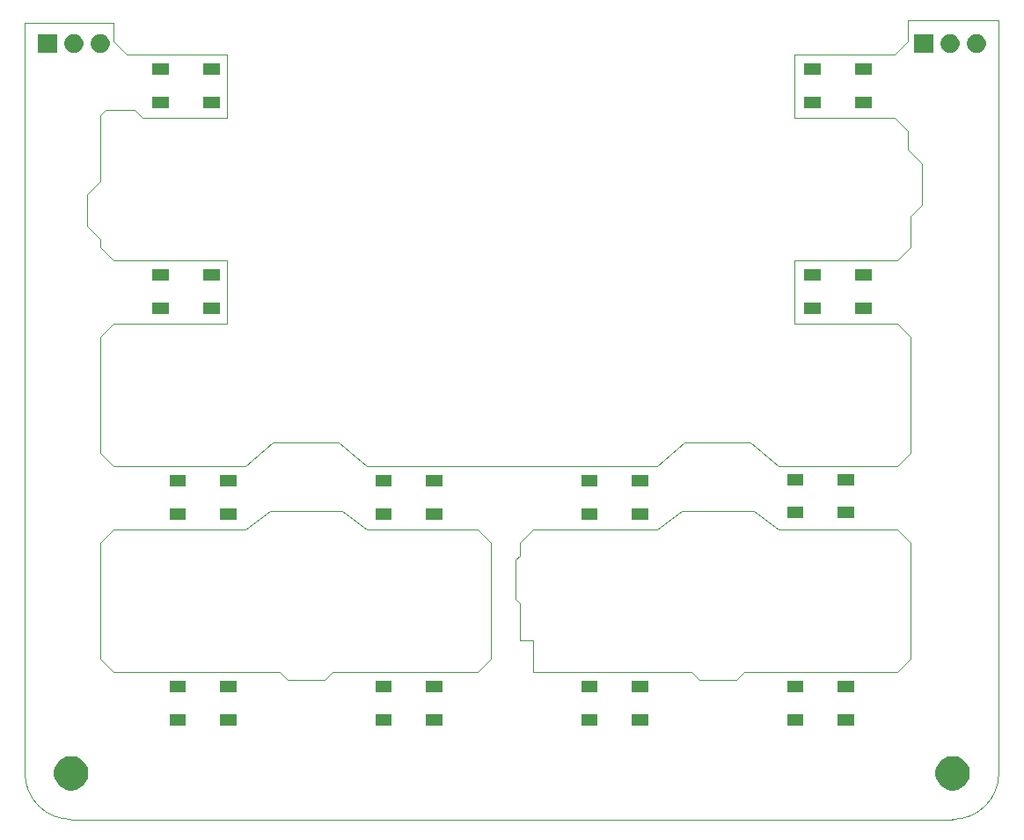
<source format=gbr>
G04 #@! TF.GenerationSoftware,KiCad,Pcbnew,(5.1.6)-1*
G04 #@! TF.CreationDate,2020-07-03T23:32:41-07:00*
G04 #@! TF.ProjectId,daughter,64617567-6874-4657-922e-6b696361645f,rev?*
G04 #@! TF.SameCoordinates,Original*
G04 #@! TF.FileFunction,Soldermask,Top*
G04 #@! TF.FilePolarity,Negative*
%FSLAX46Y46*%
G04 Gerber Fmt 4.6, Leading zero omitted, Abs format (unit mm)*
G04 Created by KiCad (PCBNEW (5.1.6)-1) date 2020-07-03 23:32:41*
%MOMM*%
%LPD*%
G01*
G04 APERTURE LIST*
G04 #@! TA.AperFunction,Profile*
%ADD10C,0.050000*%
G04 #@! TD*
G04 #@! TA.AperFunction,Profile*
%ADD11C,0.120000*%
G04 #@! TD*
%ADD12C,0.100000*%
G04 APERTURE END LIST*
D10*
X167005000Y-81851500D02*
X173355000Y-81851500D01*
X176022000Y-84074000D02*
X173355000Y-81851500D01*
X164338000Y-84074000D02*
X167005000Y-81851500D01*
X173672500Y-88455500D02*
X166687500Y-88455500D01*
X176022000Y-90170000D02*
X173672500Y-88455500D01*
X164338000Y-90170000D02*
X166687500Y-88455500D01*
X127381000Y-81851500D02*
X133731000Y-81851500D01*
X134048500Y-88455500D02*
X127063500Y-88455500D01*
X136398000Y-90170000D02*
X134048500Y-88455500D01*
X136398000Y-84074000D02*
X133731000Y-81851500D01*
X124714000Y-84074000D02*
X127381000Y-81851500D01*
X124714000Y-90170000D02*
X127063500Y-88455500D01*
X107950000Y-118110000D02*
X192786000Y-118110000D01*
X197231000Y-41148000D02*
X196596000Y-41148000D01*
X197231000Y-113665000D02*
X197231000Y-41148000D01*
X103505000Y-41402000D02*
X104140000Y-41402000D01*
X103505000Y-113665000D02*
X103505000Y-41402000D01*
D11*
X107950000Y-118110000D02*
G75*
G02*
X103505000Y-113665000I0J4445000D01*
G01*
X197231000Y-113665000D02*
G75*
G02*
X192786000Y-118110000I-4445000J0D01*
G01*
D10*
X188468000Y-41148000D02*
X196596000Y-41148000D01*
X188468000Y-43180000D02*
X188468000Y-41148000D01*
X187198000Y-44450000D02*
X188468000Y-43180000D01*
X177546000Y-44450000D02*
X187198000Y-44450000D01*
X177546000Y-50546000D02*
X177546000Y-44450000D01*
X187198000Y-50546000D02*
X177546000Y-50546000D01*
X188468000Y-51816000D02*
X187198000Y-50546000D01*
X188468000Y-53594000D02*
X188468000Y-51816000D01*
X189865000Y-54991000D02*
X188468000Y-53594000D01*
X189865000Y-58928000D02*
X189865000Y-54991000D01*
X188722000Y-60071000D02*
X189865000Y-58928000D01*
X188722000Y-62992000D02*
X188722000Y-60071000D01*
X187452000Y-64262000D02*
X188722000Y-62992000D01*
X177546000Y-64262000D02*
X187452000Y-64262000D01*
X177546000Y-70358000D02*
X177546000Y-64262000D01*
X187452000Y-70358000D02*
X177546000Y-70358000D01*
X188722000Y-71628000D02*
X187452000Y-70358000D01*
X188722000Y-82804000D02*
X188722000Y-71628000D01*
X187452000Y-84074000D02*
X188722000Y-82804000D01*
X176022000Y-84074000D02*
X187452000Y-84074000D01*
X187452000Y-90170000D02*
X176022000Y-90170000D01*
X188722000Y-91440000D02*
X187452000Y-90170000D01*
X188722000Y-102616000D02*
X188722000Y-91440000D01*
X187452000Y-103886000D02*
X188722000Y-102616000D01*
X172720000Y-103886000D02*
X187452000Y-103886000D01*
X171958000Y-104648000D02*
X172720000Y-103886000D01*
X168402000Y-104648000D02*
X171958000Y-104648000D01*
X167640000Y-103886000D02*
X168402000Y-104648000D01*
X152400000Y-103886000D02*
X167640000Y-103886000D01*
X152400000Y-100838000D02*
X152400000Y-103886000D01*
X151130000Y-100838000D02*
X152400000Y-100838000D01*
X151130000Y-97282000D02*
X151130000Y-100838000D01*
X150749000Y-96901000D02*
X151130000Y-97282000D01*
X150749000Y-93091000D02*
X150749000Y-96901000D01*
X151130000Y-92710000D02*
X150749000Y-93091000D01*
X151130000Y-91440000D02*
X151130000Y-92710000D01*
X152400000Y-90170000D02*
X151130000Y-91440000D01*
X164338000Y-90170000D02*
X152400000Y-90170000D01*
X136398000Y-84074000D02*
X164338000Y-84074000D01*
X147066000Y-90170000D02*
X136398000Y-90170000D01*
X148336000Y-91440000D02*
X147066000Y-90170000D01*
X148336000Y-102616000D02*
X148336000Y-91440000D01*
X147066000Y-103886000D02*
X148336000Y-102616000D01*
X133096000Y-103886000D02*
X147066000Y-103886000D01*
X132334000Y-104648000D02*
X133096000Y-103886000D01*
X128778000Y-104648000D02*
X132334000Y-104648000D01*
X128016000Y-103886000D02*
X128778000Y-104648000D01*
X112014000Y-103886000D02*
X128016000Y-103886000D01*
X110744000Y-102616000D02*
X112014000Y-103886000D01*
X110744000Y-91440000D02*
X110744000Y-102616000D01*
X112014000Y-90170000D02*
X110744000Y-91440000D01*
X124714000Y-90170000D02*
X112014000Y-90170000D01*
X112014000Y-84074000D02*
X124714000Y-84074000D01*
X110744000Y-82804000D02*
X112014000Y-84074000D01*
X110744000Y-71628000D02*
X110744000Y-82804000D01*
X112014000Y-70358000D02*
X110744000Y-71628000D01*
X122936000Y-70358000D02*
X112014000Y-70358000D01*
X122936000Y-64262000D02*
X122936000Y-70358000D01*
X112014000Y-64262000D02*
X122936000Y-64262000D01*
X110744000Y-62992000D02*
X112014000Y-64262000D01*
X110744000Y-62230000D02*
X110744000Y-62992000D01*
X109474000Y-60960000D02*
X110744000Y-62230000D01*
X109474000Y-57912000D02*
X109474000Y-60960000D01*
X110744000Y-56642000D02*
X109474000Y-57912000D01*
X110744000Y-50292000D02*
X110744000Y-56642000D01*
X111252000Y-49784000D02*
X110744000Y-50292000D01*
X114046000Y-49784000D02*
X111252000Y-49784000D01*
X114808000Y-50546000D02*
X114046000Y-49784000D01*
X122936000Y-50546000D02*
X114808000Y-50546000D01*
X122936000Y-44450000D02*
X122936000Y-50546000D01*
X113284000Y-44450000D02*
X122936000Y-44450000D01*
X112014000Y-43180000D02*
X113284000Y-44450000D01*
X112014000Y-41402000D02*
X112014000Y-43180000D01*
X104140000Y-41402000D02*
X112014000Y-41402000D01*
D12*
G36*
X193161256Y-112056298D02*
G01*
X193267579Y-112077447D01*
X193568042Y-112201903D01*
X193838451Y-112382585D01*
X194068415Y-112612549D01*
X194249097Y-112882958D01*
X194373553Y-113183421D01*
X194437000Y-113502391D01*
X194437000Y-113827609D01*
X194373553Y-114146579D01*
X194249097Y-114447042D01*
X194068415Y-114717451D01*
X193838451Y-114947415D01*
X193568042Y-115128097D01*
X193267579Y-115252553D01*
X193161256Y-115273702D01*
X192948611Y-115316000D01*
X192623389Y-115316000D01*
X192410744Y-115273702D01*
X192304421Y-115252553D01*
X192003958Y-115128097D01*
X191733549Y-114947415D01*
X191503585Y-114717451D01*
X191322903Y-114447042D01*
X191198447Y-114146579D01*
X191135000Y-113827609D01*
X191135000Y-113502391D01*
X191198447Y-113183421D01*
X191322903Y-112882958D01*
X191503585Y-112612549D01*
X191733549Y-112382585D01*
X192003958Y-112201903D01*
X192304421Y-112077447D01*
X192410744Y-112056298D01*
X192623389Y-112014000D01*
X192948611Y-112014000D01*
X193161256Y-112056298D01*
G37*
G36*
X108325256Y-112056298D02*
G01*
X108431579Y-112077447D01*
X108732042Y-112201903D01*
X109002451Y-112382585D01*
X109232415Y-112612549D01*
X109413097Y-112882958D01*
X109537553Y-113183421D01*
X109601000Y-113502391D01*
X109601000Y-113827609D01*
X109537553Y-114146579D01*
X109413097Y-114447042D01*
X109232415Y-114717451D01*
X109002451Y-114947415D01*
X108732042Y-115128097D01*
X108431579Y-115252553D01*
X108325256Y-115273702D01*
X108112611Y-115316000D01*
X107787389Y-115316000D01*
X107574744Y-115273702D01*
X107468421Y-115252553D01*
X107167958Y-115128097D01*
X106897549Y-114947415D01*
X106667585Y-114717451D01*
X106486903Y-114447042D01*
X106362447Y-114146579D01*
X106299000Y-113827609D01*
X106299000Y-113502391D01*
X106362447Y-113183421D01*
X106486903Y-112882958D01*
X106667585Y-112612549D01*
X106897549Y-112382585D01*
X107167958Y-112201903D01*
X107468421Y-112077447D01*
X107574744Y-112056298D01*
X107787389Y-112014000D01*
X108112611Y-112014000D01*
X108325256Y-112056298D01*
G37*
G36*
X138813000Y-109085000D02*
G01*
X137211000Y-109085000D01*
X137211000Y-107983000D01*
X138813000Y-107983000D01*
X138813000Y-109085000D01*
G37*
G36*
X163525000Y-109085000D02*
G01*
X161923000Y-109085000D01*
X161923000Y-107983000D01*
X163525000Y-107983000D01*
X163525000Y-109085000D01*
G37*
G36*
X143713000Y-109085000D02*
G01*
X142111000Y-109085000D01*
X142111000Y-107983000D01*
X143713000Y-107983000D01*
X143713000Y-109085000D01*
G37*
G36*
X158625000Y-109085000D02*
G01*
X157023000Y-109085000D01*
X157023000Y-107983000D01*
X158625000Y-107983000D01*
X158625000Y-109085000D01*
G37*
G36*
X119001000Y-109085000D02*
G01*
X117399000Y-109085000D01*
X117399000Y-107983000D01*
X119001000Y-107983000D01*
X119001000Y-109085000D01*
G37*
G36*
X123901000Y-109085000D02*
G01*
X122299000Y-109085000D01*
X122299000Y-107983000D01*
X123901000Y-107983000D01*
X123901000Y-109085000D01*
G37*
G36*
X183337000Y-109085000D02*
G01*
X181735000Y-109085000D01*
X181735000Y-107983000D01*
X183337000Y-107983000D01*
X183337000Y-109085000D01*
G37*
G36*
X178437000Y-109085000D02*
G01*
X176835000Y-109085000D01*
X176835000Y-107983000D01*
X178437000Y-107983000D01*
X178437000Y-109085000D01*
G37*
G36*
X158625000Y-105885000D02*
G01*
X157023000Y-105885000D01*
X157023000Y-104783000D01*
X158625000Y-104783000D01*
X158625000Y-105885000D01*
G37*
G36*
X143713000Y-105885000D02*
G01*
X142111000Y-105885000D01*
X142111000Y-104783000D01*
X143713000Y-104783000D01*
X143713000Y-105885000D01*
G37*
G36*
X163525000Y-105885000D02*
G01*
X161923000Y-105885000D01*
X161923000Y-104783000D01*
X163525000Y-104783000D01*
X163525000Y-105885000D01*
G37*
G36*
X119001000Y-105885000D02*
G01*
X117399000Y-105885000D01*
X117399000Y-104783000D01*
X119001000Y-104783000D01*
X119001000Y-105885000D01*
G37*
G36*
X178437000Y-105885000D02*
G01*
X176835000Y-105885000D01*
X176835000Y-104783000D01*
X178437000Y-104783000D01*
X178437000Y-105885000D01*
G37*
G36*
X123901000Y-105885000D02*
G01*
X122299000Y-105885000D01*
X122299000Y-104783000D01*
X123901000Y-104783000D01*
X123901000Y-105885000D01*
G37*
G36*
X138813000Y-105885000D02*
G01*
X137211000Y-105885000D01*
X137211000Y-104783000D01*
X138813000Y-104783000D01*
X138813000Y-105885000D01*
G37*
G36*
X183337000Y-105885000D02*
G01*
X181735000Y-105885000D01*
X181735000Y-104783000D01*
X183337000Y-104783000D01*
X183337000Y-105885000D01*
G37*
G36*
X163525000Y-89273000D02*
G01*
X161923000Y-89273000D01*
X161923000Y-88171000D01*
X163525000Y-88171000D01*
X163525000Y-89273000D01*
G37*
G36*
X138813000Y-89273000D02*
G01*
X137211000Y-89273000D01*
X137211000Y-88171000D01*
X138813000Y-88171000D01*
X138813000Y-89273000D01*
G37*
G36*
X143713000Y-89273000D02*
G01*
X142111000Y-89273000D01*
X142111000Y-88171000D01*
X143713000Y-88171000D01*
X143713000Y-89273000D01*
G37*
G36*
X158625000Y-89273000D02*
G01*
X157023000Y-89273000D01*
X157023000Y-88171000D01*
X158625000Y-88171000D01*
X158625000Y-89273000D01*
G37*
G36*
X119001000Y-89273000D02*
G01*
X117399000Y-89273000D01*
X117399000Y-88171000D01*
X119001000Y-88171000D01*
X119001000Y-89273000D01*
G37*
G36*
X123901000Y-89273000D02*
G01*
X122299000Y-89273000D01*
X122299000Y-88171000D01*
X123901000Y-88171000D01*
X123901000Y-89273000D01*
G37*
G36*
X183337000Y-89146000D02*
G01*
X181735000Y-89146000D01*
X181735000Y-88044000D01*
X183337000Y-88044000D01*
X183337000Y-89146000D01*
G37*
G36*
X178437000Y-89146000D02*
G01*
X176835000Y-89146000D01*
X176835000Y-88044000D01*
X178437000Y-88044000D01*
X178437000Y-89146000D01*
G37*
G36*
X143713000Y-86073000D02*
G01*
X142111000Y-86073000D01*
X142111000Y-84971000D01*
X143713000Y-84971000D01*
X143713000Y-86073000D01*
G37*
G36*
X158625000Y-86073000D02*
G01*
X157023000Y-86073000D01*
X157023000Y-84971000D01*
X158625000Y-84971000D01*
X158625000Y-86073000D01*
G37*
G36*
X163525000Y-86073000D02*
G01*
X161923000Y-86073000D01*
X161923000Y-84971000D01*
X163525000Y-84971000D01*
X163525000Y-86073000D01*
G37*
G36*
X123901000Y-86073000D02*
G01*
X122299000Y-86073000D01*
X122299000Y-84971000D01*
X123901000Y-84971000D01*
X123901000Y-86073000D01*
G37*
G36*
X119001000Y-86073000D02*
G01*
X117399000Y-86073000D01*
X117399000Y-84971000D01*
X119001000Y-84971000D01*
X119001000Y-86073000D01*
G37*
G36*
X138813000Y-86073000D02*
G01*
X137211000Y-86073000D01*
X137211000Y-84971000D01*
X138813000Y-84971000D01*
X138813000Y-86073000D01*
G37*
G36*
X178437000Y-85946000D02*
G01*
X176835000Y-85946000D01*
X176835000Y-84844000D01*
X178437000Y-84844000D01*
X178437000Y-85946000D01*
G37*
G36*
X183337000Y-85946000D02*
G01*
X181735000Y-85946000D01*
X181735000Y-84844000D01*
X183337000Y-84844000D01*
X183337000Y-85946000D01*
G37*
G36*
X117350000Y-69461000D02*
G01*
X115748000Y-69461000D01*
X115748000Y-68359000D01*
X117350000Y-68359000D01*
X117350000Y-69461000D01*
G37*
G36*
X122250000Y-69461000D02*
G01*
X120648000Y-69461000D01*
X120648000Y-68359000D01*
X122250000Y-68359000D01*
X122250000Y-69461000D01*
G37*
G36*
X184988000Y-69461000D02*
G01*
X183386000Y-69461000D01*
X183386000Y-68359000D01*
X184988000Y-68359000D01*
X184988000Y-69461000D01*
G37*
G36*
X180088000Y-69461000D02*
G01*
X178486000Y-69461000D01*
X178486000Y-68359000D01*
X180088000Y-68359000D01*
X180088000Y-69461000D01*
G37*
G36*
X184988000Y-66261000D02*
G01*
X183386000Y-66261000D01*
X183386000Y-65159000D01*
X184988000Y-65159000D01*
X184988000Y-66261000D01*
G37*
G36*
X180088000Y-66261000D02*
G01*
X178486000Y-66261000D01*
X178486000Y-65159000D01*
X180088000Y-65159000D01*
X180088000Y-66261000D01*
G37*
G36*
X117350000Y-66261000D02*
G01*
X115748000Y-66261000D01*
X115748000Y-65159000D01*
X117350000Y-65159000D01*
X117350000Y-66261000D01*
G37*
G36*
X122250000Y-66261000D02*
G01*
X120648000Y-66261000D01*
X120648000Y-65159000D01*
X122250000Y-65159000D01*
X122250000Y-66261000D01*
G37*
G36*
X117350000Y-49649000D02*
G01*
X115748000Y-49649000D01*
X115748000Y-48547000D01*
X117350000Y-48547000D01*
X117350000Y-49649000D01*
G37*
G36*
X122250000Y-49649000D02*
G01*
X120648000Y-49649000D01*
X120648000Y-48547000D01*
X122250000Y-48547000D01*
X122250000Y-49649000D01*
G37*
G36*
X184988000Y-49649000D02*
G01*
X183386000Y-49649000D01*
X183386000Y-48547000D01*
X184988000Y-48547000D01*
X184988000Y-49649000D01*
G37*
G36*
X180088000Y-49649000D02*
G01*
X178486000Y-49649000D01*
X178486000Y-48547000D01*
X180088000Y-48547000D01*
X180088000Y-49649000D01*
G37*
G36*
X184988000Y-46449000D02*
G01*
X183386000Y-46449000D01*
X183386000Y-45347000D01*
X184988000Y-45347000D01*
X184988000Y-46449000D01*
G37*
G36*
X117350000Y-46449000D02*
G01*
X115748000Y-46449000D01*
X115748000Y-45347000D01*
X117350000Y-45347000D01*
X117350000Y-46449000D01*
G37*
G36*
X122250000Y-46449000D02*
G01*
X120648000Y-46449000D01*
X120648000Y-45347000D01*
X122250000Y-45347000D01*
X122250000Y-46449000D01*
G37*
G36*
X180088000Y-46449000D02*
G01*
X178486000Y-46449000D01*
X178486000Y-45347000D01*
X180088000Y-45347000D01*
X180088000Y-46449000D01*
G37*
G36*
X195185512Y-42537927D02*
G01*
X195334812Y-42567624D01*
X195498784Y-42635544D01*
X195646354Y-42734147D01*
X195771853Y-42859646D01*
X195870456Y-43007216D01*
X195938376Y-43171188D01*
X195973000Y-43345259D01*
X195973000Y-43522741D01*
X195938376Y-43696812D01*
X195870456Y-43860784D01*
X195771853Y-44008354D01*
X195646354Y-44133853D01*
X195498784Y-44232456D01*
X195334812Y-44300376D01*
X195185512Y-44330073D01*
X195160742Y-44335000D01*
X194983258Y-44335000D01*
X194958488Y-44330073D01*
X194809188Y-44300376D01*
X194645216Y-44232456D01*
X194497646Y-44133853D01*
X194372147Y-44008354D01*
X194273544Y-43860784D01*
X194205624Y-43696812D01*
X194171000Y-43522741D01*
X194171000Y-43345259D01*
X194205624Y-43171188D01*
X194273544Y-43007216D01*
X194372147Y-42859646D01*
X194497646Y-42734147D01*
X194645216Y-42635544D01*
X194809188Y-42567624D01*
X194958488Y-42537927D01*
X194983258Y-42533000D01*
X195160742Y-42533000D01*
X195185512Y-42537927D01*
G37*
G36*
X190893000Y-44335000D02*
G01*
X189091000Y-44335000D01*
X189091000Y-42533000D01*
X190893000Y-42533000D01*
X190893000Y-44335000D01*
G37*
G36*
X192645512Y-42537927D02*
G01*
X192794812Y-42567624D01*
X192958784Y-42635544D01*
X193106354Y-42734147D01*
X193231853Y-42859646D01*
X193330456Y-43007216D01*
X193398376Y-43171188D01*
X193433000Y-43345259D01*
X193433000Y-43522741D01*
X193398376Y-43696812D01*
X193330456Y-43860784D01*
X193231853Y-44008354D01*
X193106354Y-44133853D01*
X192958784Y-44232456D01*
X192794812Y-44300376D01*
X192645512Y-44330073D01*
X192620742Y-44335000D01*
X192443258Y-44335000D01*
X192418488Y-44330073D01*
X192269188Y-44300376D01*
X192105216Y-44232456D01*
X191957646Y-44133853D01*
X191832147Y-44008354D01*
X191733544Y-43860784D01*
X191665624Y-43696812D01*
X191631000Y-43522741D01*
X191631000Y-43345259D01*
X191665624Y-43171188D01*
X191733544Y-43007216D01*
X191832147Y-42859646D01*
X191957646Y-42734147D01*
X192105216Y-42635544D01*
X192269188Y-42567624D01*
X192418488Y-42537927D01*
X192443258Y-42533000D01*
X192620742Y-42533000D01*
X192645512Y-42537927D01*
G37*
G36*
X110857512Y-42537927D02*
G01*
X111006812Y-42567624D01*
X111170784Y-42635544D01*
X111318354Y-42734147D01*
X111443853Y-42859646D01*
X111542456Y-43007216D01*
X111610376Y-43171188D01*
X111645000Y-43345259D01*
X111645000Y-43522741D01*
X111610376Y-43696812D01*
X111542456Y-43860784D01*
X111443853Y-44008354D01*
X111318354Y-44133853D01*
X111170784Y-44232456D01*
X111006812Y-44300376D01*
X110857512Y-44330073D01*
X110832742Y-44335000D01*
X110655258Y-44335000D01*
X110630488Y-44330073D01*
X110481188Y-44300376D01*
X110317216Y-44232456D01*
X110169646Y-44133853D01*
X110044147Y-44008354D01*
X109945544Y-43860784D01*
X109877624Y-43696812D01*
X109843000Y-43522741D01*
X109843000Y-43345259D01*
X109877624Y-43171188D01*
X109945544Y-43007216D01*
X110044147Y-42859646D01*
X110169646Y-42734147D01*
X110317216Y-42635544D01*
X110481188Y-42567624D01*
X110630488Y-42537927D01*
X110655258Y-42533000D01*
X110832742Y-42533000D01*
X110857512Y-42537927D01*
G37*
G36*
X108317512Y-42537927D02*
G01*
X108466812Y-42567624D01*
X108630784Y-42635544D01*
X108778354Y-42734147D01*
X108903853Y-42859646D01*
X109002456Y-43007216D01*
X109070376Y-43171188D01*
X109105000Y-43345259D01*
X109105000Y-43522741D01*
X109070376Y-43696812D01*
X109002456Y-43860784D01*
X108903853Y-44008354D01*
X108778354Y-44133853D01*
X108630784Y-44232456D01*
X108466812Y-44300376D01*
X108317512Y-44330073D01*
X108292742Y-44335000D01*
X108115258Y-44335000D01*
X108090488Y-44330073D01*
X107941188Y-44300376D01*
X107777216Y-44232456D01*
X107629646Y-44133853D01*
X107504147Y-44008354D01*
X107405544Y-43860784D01*
X107337624Y-43696812D01*
X107303000Y-43522741D01*
X107303000Y-43345259D01*
X107337624Y-43171188D01*
X107405544Y-43007216D01*
X107504147Y-42859646D01*
X107629646Y-42734147D01*
X107777216Y-42635544D01*
X107941188Y-42567624D01*
X108090488Y-42537927D01*
X108115258Y-42533000D01*
X108292742Y-42533000D01*
X108317512Y-42537927D01*
G37*
G36*
X106565000Y-44335000D02*
G01*
X104763000Y-44335000D01*
X104763000Y-42533000D01*
X106565000Y-42533000D01*
X106565000Y-44335000D01*
G37*
M02*

</source>
